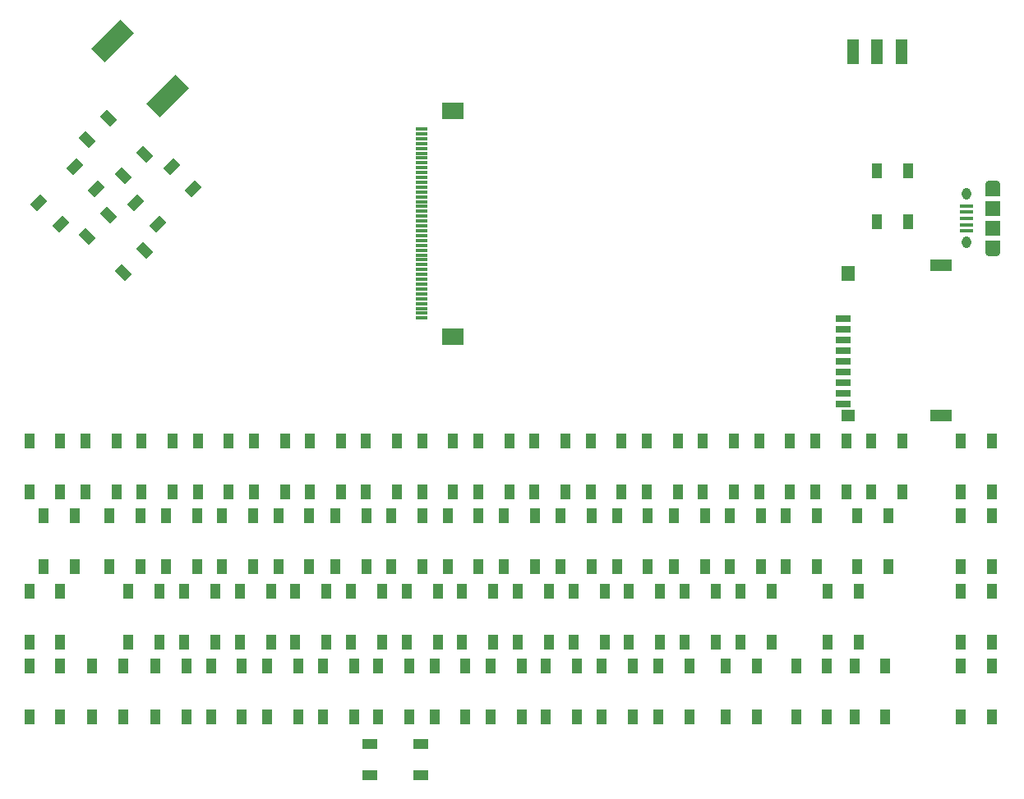
<source format=gbr>
%TF.GenerationSoftware,KiCad,Pcbnew,(6.0.0)*%
%TF.CreationDate,2022-05-08T19:44:55+10:00*%
%TF.ProjectId,paxbadge2022,70617862-6164-4676-9532-3032322e6b69,rev?*%
%TF.SameCoordinates,Original*%
%TF.FileFunction,Paste,Top*%
%TF.FilePolarity,Positive*%
%FSLAX46Y46*%
G04 Gerber Fmt 4.6, Leading zero omitted, Abs format (unit mm)*
G04 Created by KiCad (PCBNEW (6.0.0)) date 2022-05-08 19:44:55*
%MOMM*%
%LPD*%
G01*
G04 APERTURE LIST*
G04 Aperture macros list*
%AMRotRect*
0 Rectangle, with rotation*
0 The origin of the aperture is its center*
0 $1 length*
0 $2 width*
0 $3 Rotation angle, in degrees counterclockwise*
0 Add horizontal line*
21,1,$1,$2,0,0,$3*%
G04 Aperture macros list end*
%ADD10R,1.000000X1.550000*%
%ADD11RotRect,1.550000X1.000000X135.000000*%
%ADD12RotRect,2.000000X4.200000X135.000000*%
%ADD13RotRect,1.550000X1.000000X45.000000*%
%ADD14R,1.300000X0.300000*%
%ADD15R,2.200000X1.800000*%
%ADD16R,1.600000X0.700000*%
%ADD17R,2.200000X1.200000*%
%ADD18R,1.400000X1.200000*%
%ADD19R,1.400000X1.600000*%
%ADD20O,1.550000X0.890000*%
%ADD21O,0.950000X1.250000*%
%ADD22R,1.350000X0.400000*%
%ADD23R,1.550000X1.200000*%
%ADD24R,1.550000X1.500000*%
%ADD25R,1.250000X2.500000*%
%ADD26RotRect,1.550000X1.000000X225.000000*%
%ADD27R,1.550000X1.000000*%
G04 APERTURE END LIST*
D10*
%TO.C,SW61*%
X94480000Y-109775000D03*
X94480000Y-104525000D03*
X97680000Y-109775000D03*
X97680000Y-104525000D03*
%TD*%
%TO.C,SW15*%
X108840000Y-112275000D03*
X108840000Y-117525000D03*
X112040000Y-112275000D03*
X112040000Y-117525000D03*
%TD*%
%TO.C,SW62*%
X106050001Y-104525000D03*
X106050001Y-109775000D03*
X109250001Y-104525000D03*
X109250001Y-109775000D03*
%TD*%
D11*
%TO.C,SW67*%
X42589754Y-83492332D03*
X46302064Y-87204642D03*
X44852496Y-81229590D03*
X48564806Y-84941900D03*
%TD*%
D10*
%TO.C,SW10*%
X50740000Y-112275000D03*
X50740000Y-117525000D03*
X53940000Y-112275000D03*
X53940000Y-117525000D03*
%TD*%
%TO.C,SW2*%
X54000000Y-109775000D03*
X54000000Y-104525000D03*
X57200000Y-109775000D03*
X57200000Y-104525000D03*
%TD*%
%TO.C,SW37*%
X84180000Y-133025000D03*
X84180000Y-127775000D03*
X87380000Y-133025000D03*
X87380000Y-127775000D03*
%TD*%
%TO.C,SW23*%
X104170000Y-120025000D03*
X104170000Y-125275000D03*
X107370000Y-120025000D03*
X107370000Y-125275000D03*
%TD*%
%TO.C,SW54*%
X103060000Y-117525000D03*
X103060000Y-112275000D03*
X106260000Y-112275000D03*
X106260000Y-117525000D03*
%TD*%
D12*
%TO.C,LS1*%
X50928427Y-68978427D03*
X45271573Y-63321573D03*
%TD*%
D10*
%TO.C,SW26*%
X43150001Y-127775000D03*
X43150001Y-133025000D03*
X46350001Y-133025000D03*
X46350001Y-127775000D03*
%TD*%
%TO.C,SW48*%
X132650000Y-112274999D03*
X132650000Y-117524999D03*
X135850000Y-117524999D03*
X135850000Y-112274999D03*
%TD*%
%TO.C,SW27*%
X55369999Y-133025000D03*
X55369999Y-127775000D03*
X58569999Y-133025000D03*
X58569999Y-127775000D03*
%TD*%
%TO.C,SW65*%
X121950001Y-117525000D03*
X121950001Y-112275000D03*
X125150001Y-117525000D03*
X125150001Y-112275000D03*
%TD*%
%TO.C,SW44*%
X75580000Y-125275000D03*
X75580000Y-120025000D03*
X78780000Y-125275000D03*
X78780000Y-120025000D03*
%TD*%
%TO.C,SW63*%
X117610000Y-109775000D03*
X117610000Y-104525000D03*
X120810000Y-109775000D03*
X120810000Y-104525000D03*
%TD*%
D13*
%TO.C,SW69*%
X51311996Y-76262474D03*
X47599686Y-79974784D03*
X49862428Y-82237526D03*
X53574738Y-78525216D03*
%TD*%
D10*
%TO.C,SW3*%
X65560000Y-104525000D03*
X65560000Y-109775000D03*
X68760000Y-104525000D03*
X68760000Y-109775000D03*
%TD*%
%TO.C,SW52*%
X79740000Y-112275000D03*
X79740000Y-117525000D03*
X82940000Y-117525000D03*
X82940000Y-112275000D03*
%TD*%
%TO.C,SW53*%
X91400000Y-117525000D03*
X91400000Y-112275000D03*
X94600000Y-117525000D03*
X94600000Y-112275000D03*
%TD*%
%TO.C,SW5*%
X88700000Y-109775000D03*
X88700000Y-104525000D03*
X91900000Y-109775000D03*
X91900000Y-104525000D03*
%TD*%
%TO.C,SW51*%
X68180000Y-117525000D03*
X68180000Y-112275000D03*
X71380000Y-112275000D03*
X71380000Y-117525000D03*
%TD*%
%TO.C,SW58*%
X59780000Y-104525000D03*
X59780000Y-109775000D03*
X62980000Y-109775000D03*
X62980000Y-104525000D03*
%TD*%
%TO.C,SW25*%
X36650000Y-120025000D03*
X36650000Y-125275000D03*
X39850000Y-125275000D03*
X39850000Y-120025000D03*
%TD*%
%TO.C,SW47*%
X109950000Y-125275000D03*
X109950000Y-120025000D03*
X113150000Y-125275000D03*
X113150000Y-120025000D03*
%TD*%
%TO.C,SW49*%
X44899999Y-117525000D03*
X44899999Y-112275000D03*
X48099999Y-117525000D03*
X48099999Y-112275000D03*
%TD*%
%TO.C,SW55*%
X114620000Y-117525000D03*
X114620000Y-112275000D03*
X117820000Y-112275000D03*
X117820000Y-117525000D03*
%TD*%
%TO.C,SW12*%
X73960000Y-117524999D03*
X73960000Y-112274999D03*
X77160000Y-117524999D03*
X77160000Y-112274999D03*
%TD*%
%TO.C,SW46*%
X98390000Y-125275000D03*
X98390000Y-120025000D03*
X101590000Y-125275000D03*
X101590000Y-120025000D03*
%TD*%
D14*
%TO.C,J5*%
X77041863Y-72375009D03*
X77041863Y-72875009D03*
X77041863Y-73375009D03*
X77041863Y-73875009D03*
X77041863Y-74375009D03*
X77041863Y-74875009D03*
X77041863Y-75375009D03*
X77041863Y-75875009D03*
X77041863Y-76375009D03*
X77041863Y-76875009D03*
X77041863Y-77375009D03*
X77041863Y-77875009D03*
X77041863Y-78375009D03*
X77041863Y-78875009D03*
X77041863Y-79375009D03*
X77041863Y-79875009D03*
X77041863Y-80375009D03*
X77041863Y-80875009D03*
X77041863Y-81375009D03*
X77041863Y-81875009D03*
X77041863Y-82375009D03*
X77041863Y-82875009D03*
X77041863Y-83375009D03*
X77041863Y-83875009D03*
X77041863Y-84375009D03*
X77041863Y-84875009D03*
X77041863Y-85375009D03*
X77041863Y-85875009D03*
X77041863Y-86375009D03*
X77041863Y-86875009D03*
X77041863Y-87375009D03*
X77041863Y-87875009D03*
X77041863Y-88375009D03*
X77041863Y-88875009D03*
X77041863Y-89375009D03*
X77041863Y-89875009D03*
X77041863Y-90375009D03*
X77041863Y-90875009D03*
X77041863Y-91375009D03*
X77041863Y-91875009D03*
D15*
X80291863Y-93775009D03*
X80291863Y-70475009D03*
%TD*%
D10*
%TO.C,SW39*%
X108400000Y-133025000D03*
X108400000Y-127775000D03*
X111600000Y-133025000D03*
X111600000Y-127775000D03*
%TD*%
%TO.C,SW70*%
X127200000Y-76675000D03*
X127200000Y-81925000D03*
X124000000Y-76675000D03*
X124000000Y-81925000D03*
%TD*%
%TO.C,SW13*%
X85545001Y-112275000D03*
X85545001Y-117525000D03*
X88745001Y-112275000D03*
X88745001Y-117525000D03*
%TD*%
D16*
%TO.C,J6*%
X120499998Y-91950000D03*
X120499998Y-93050000D03*
X120499998Y-94150000D03*
X120499998Y-95250000D03*
X120499998Y-96350000D03*
D17*
X130599998Y-86400000D03*
D18*
X120999998Y-101900000D03*
D19*
X120999998Y-87300000D03*
D17*
X130599998Y-101900000D03*
D16*
X120499998Y-97450000D03*
X120499998Y-98550000D03*
X120499998Y-99650000D03*
X120499998Y-100750000D03*
%TD*%
D10*
%TO.C,SW6*%
X100260000Y-109775000D03*
X100260000Y-104525000D03*
X103460000Y-109775000D03*
X103460000Y-104525000D03*
%TD*%
%TO.C,SW16*%
X118900000Y-125275000D03*
X118900000Y-120025000D03*
X122100000Y-120025000D03*
X122100000Y-125275000D03*
%TD*%
%TO.C,SW60*%
X82910000Y-104525000D03*
X82910000Y-109775000D03*
X86110000Y-104525000D03*
X86110000Y-109775000D03*
%TD*%
%TO.C,SW28*%
X66930000Y-127775000D03*
X66930000Y-133025000D03*
X70130000Y-133025000D03*
X70130000Y-127775000D03*
%TD*%
%TO.C,SW40*%
X132650000Y-109775000D03*
X132650000Y-104525000D03*
X135850000Y-109775000D03*
X135850000Y-104525000D03*
%TD*%
%TO.C,SW32*%
X115650000Y-133025000D03*
X115650000Y-127775000D03*
X118850000Y-133025000D03*
X118850000Y-127775000D03*
%TD*%
%TO.C,SW34*%
X49650000Y-133025000D03*
X49650000Y-127775000D03*
X52850000Y-127775000D03*
X52850000Y-133025000D03*
%TD*%
%TO.C,SW29*%
X78400001Y-133025000D03*
X78400001Y-127775000D03*
X81600001Y-127775000D03*
X81600001Y-133025000D03*
%TD*%
D11*
%TO.C,SW66*%
X42589754Y-73516281D03*
X46302064Y-77228591D03*
X48564806Y-74965849D03*
X44852496Y-71253539D03*
%TD*%
D10*
%TO.C,SW59*%
X71350000Y-104525000D03*
X71350000Y-109775000D03*
X74550000Y-104525000D03*
X74550000Y-109775000D03*
%TD*%
D20*
%TO.C,J2*%
X135877280Y-78100000D03*
D21*
X133177280Y-79100000D03*
D20*
X135877280Y-85100000D03*
D21*
X133177280Y-84100000D03*
D22*
X133177280Y-82900000D03*
X133177280Y-82250000D03*
X133177280Y-81600000D03*
X133177280Y-80950000D03*
X133177280Y-80300000D03*
D23*
X135877280Y-84500000D03*
X135877280Y-78700000D03*
D24*
X135877280Y-82600000D03*
X135877280Y-80600000D03*
%TD*%
D10*
%TO.C,SW11*%
X62299999Y-112275000D03*
X62299999Y-117525000D03*
X65499999Y-112275000D03*
X65499999Y-117525000D03*
%TD*%
%TO.C,SW7*%
X111830000Y-109775000D03*
X111830000Y-104525000D03*
X115030000Y-104525000D03*
X115030000Y-109775000D03*
%TD*%
%TO.C,SW50*%
X56520000Y-112275000D03*
X56520000Y-117525000D03*
X59720000Y-117525000D03*
X59720000Y-112275000D03*
%TD*%
%TO.C,SW9*%
X36650000Y-109775000D03*
X36650000Y-104525000D03*
X39850000Y-104525000D03*
X39850000Y-109775000D03*
%TD*%
%TO.C,SW31*%
X101430000Y-133025000D03*
X101430000Y-127775000D03*
X104630000Y-133025000D03*
X104630000Y-127775000D03*
%TD*%
%TO.C,SW30*%
X89869999Y-133025000D03*
X89869999Y-127775000D03*
X93069999Y-127775000D03*
X93069999Y-133025000D03*
%TD*%
%TO.C,SW1*%
X42430000Y-104525000D03*
X42430000Y-109775000D03*
X45630000Y-109775000D03*
X45630000Y-104525000D03*
%TD*%
D25*
%TO.C,SW72*%
X126500000Y-64450000D03*
X124000000Y-64450000D03*
X121500000Y-64450000D03*
%TD*%
D10*
%TO.C,SW38*%
X95650001Y-127775000D03*
X95650001Y-133025000D03*
X98850001Y-127775000D03*
X98850001Y-133025000D03*
%TD*%
%TO.C,SW8*%
X123400000Y-104525000D03*
X123400000Y-109775000D03*
X126600000Y-104525000D03*
X126600000Y-109775000D03*
%TD*%
%TO.C,SW56*%
X132650000Y-125275000D03*
X132650000Y-120025000D03*
X135850000Y-120025000D03*
X135850000Y-125275000D03*
%TD*%
%TO.C,SW35*%
X61150001Y-133025000D03*
X61150001Y-127775000D03*
X64350001Y-127775000D03*
X64350001Y-133025000D03*
%TD*%
%TO.C,SW45*%
X86989999Y-120025000D03*
X86989999Y-125275000D03*
X90189999Y-120025000D03*
X90189999Y-125275000D03*
%TD*%
%TO.C,SW22*%
X92770001Y-120025000D03*
X92770001Y-125275000D03*
X95970001Y-120025000D03*
X95970001Y-125275000D03*
%TD*%
%TO.C,SW18*%
X46840000Y-125275000D03*
X46840000Y-120025000D03*
X50040000Y-120025000D03*
X50040000Y-125275000D03*
%TD*%
D26*
%TO.C,SW68*%
X43576868Y-78525216D03*
X39864558Y-82237526D03*
X37601816Y-79974784D03*
X41314126Y-76262474D03*
%TD*%
D10*
%TO.C,SW20*%
X69800000Y-125275000D03*
X69800000Y-120025000D03*
X73000000Y-125275000D03*
X73000000Y-120025000D03*
%TD*%
%TO.C,SW64*%
X132650000Y-127775001D03*
X132650000Y-133025001D03*
X135850000Y-127775001D03*
X135850000Y-133025001D03*
%TD*%
%TO.C,SW14*%
X97180000Y-112275000D03*
X97180000Y-117525000D03*
X100380000Y-117525000D03*
X100380000Y-112275000D03*
%TD*%
%TO.C,SW36*%
X72619999Y-127775000D03*
X72619999Y-133025000D03*
X75819999Y-133025000D03*
X75819999Y-127775000D03*
%TD*%
D27*
%TO.C,SW33*%
X76955000Y-139000000D03*
X71705000Y-139000000D03*
X71705000Y-135800000D03*
X76955000Y-135800000D03*
%TD*%
D10*
%TO.C,SW41*%
X36650000Y-127775001D03*
X36650000Y-133025001D03*
X39850000Y-127775001D03*
X39850000Y-133025001D03*
%TD*%
%TO.C,SW4*%
X77130000Y-109774999D03*
X77130000Y-104524999D03*
X80330000Y-109774999D03*
X80330000Y-104524999D03*
%TD*%
%TO.C,SW42*%
X52620000Y-125275000D03*
X52620000Y-120025000D03*
X55820000Y-120025000D03*
X55820000Y-125275000D03*
%TD*%
%TO.C,SW19*%
X58399999Y-125275000D03*
X58399999Y-120025000D03*
X61599999Y-120025000D03*
X61599999Y-125275000D03*
%TD*%
%TO.C,SW17*%
X38150000Y-112275000D03*
X38150000Y-117525000D03*
X41350000Y-117525000D03*
X41350000Y-112275000D03*
%TD*%
%TO.C,SW43*%
X64020001Y-125275000D03*
X64020001Y-120025000D03*
X67220001Y-120025000D03*
X67220001Y-125275000D03*
%TD*%
%TO.C,SW21*%
X81210000Y-125275000D03*
X81210000Y-120025000D03*
X84410000Y-125275000D03*
X84410000Y-120025000D03*
%TD*%
%TO.C,SW57*%
X48220000Y-109774999D03*
X48220000Y-104524999D03*
X51420000Y-109774999D03*
X51420000Y-104524999D03*
%TD*%
%TO.C,SW24*%
X121650000Y-133025000D03*
X121650000Y-127775000D03*
X124850000Y-127775000D03*
X124850000Y-133025000D03*
%TD*%
M02*

</source>
